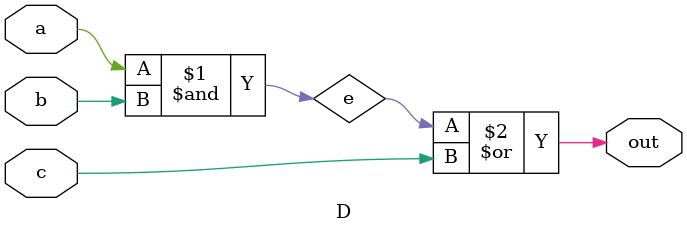
<source format=v>
module D (out, a, b, c);

	// I/O port declarations
	output out;
	input a,b,c;

	// Internal nets
	wire e;

	// Instantiate primitive gates to build the circuit
	and #(5) a1(e, a, b); // Delay of 5 on gate a1
	or #(4) o1(out, e, c); // Delay of 4 on gate o1

endmodule

</source>
